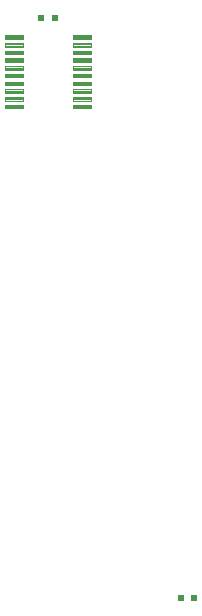
<source format=gbr>
G04 EAGLE Gerber RS-274X export*
G75*
%MOMM*%
%FSLAX34Y34*%
%LPD*%
%INSolderpaste Bottom*%
%IPPOS*%
%AMOC8*
5,1,8,0,0,1.08239X$1,22.5*%
G01*
%ADD10C,0.102500*%
%ADD11R,0.609600X0.508000*%


D10*
X620802Y698808D02*
X635478Y698808D01*
X635478Y695732D01*
X620802Y695732D01*
X620802Y698808D01*
X620802Y696706D02*
X635478Y696706D01*
X635478Y697680D02*
X620802Y697680D01*
X620802Y698654D02*
X635478Y698654D01*
X635478Y692308D02*
X620802Y692308D01*
X635478Y692308D02*
X635478Y689232D01*
X620802Y689232D01*
X620802Y692308D01*
X620802Y690206D02*
X635478Y690206D01*
X635478Y691180D02*
X620802Y691180D01*
X620802Y692154D02*
X635478Y692154D01*
X635478Y685808D02*
X620802Y685808D01*
X635478Y685808D02*
X635478Y682732D01*
X620802Y682732D01*
X620802Y685808D01*
X620802Y683706D02*
X635478Y683706D01*
X635478Y684680D02*
X620802Y684680D01*
X620802Y685654D02*
X635478Y685654D01*
X635478Y679308D02*
X620802Y679308D01*
X635478Y679308D02*
X635478Y676232D01*
X620802Y676232D01*
X620802Y679308D01*
X620802Y677206D02*
X635478Y677206D01*
X635478Y678180D02*
X620802Y678180D01*
X620802Y679154D02*
X635478Y679154D01*
X635478Y672808D02*
X620802Y672808D01*
X635478Y672808D02*
X635478Y669732D01*
X620802Y669732D01*
X620802Y672808D01*
X620802Y670706D02*
X635478Y670706D01*
X635478Y671680D02*
X620802Y671680D01*
X620802Y672654D02*
X635478Y672654D01*
X635478Y666308D02*
X620802Y666308D01*
X635478Y666308D02*
X635478Y663232D01*
X620802Y663232D01*
X620802Y666308D01*
X620802Y664206D02*
X635478Y664206D01*
X635478Y665180D02*
X620802Y665180D01*
X620802Y666154D02*
X635478Y666154D01*
X635478Y659808D02*
X620802Y659808D01*
X635478Y659808D02*
X635478Y656732D01*
X620802Y656732D01*
X620802Y659808D01*
X620802Y657706D02*
X635478Y657706D01*
X635478Y658680D02*
X620802Y658680D01*
X620802Y659654D02*
X635478Y659654D01*
X635478Y653308D02*
X620802Y653308D01*
X635478Y653308D02*
X635478Y650232D01*
X620802Y650232D01*
X620802Y653308D01*
X620802Y651206D02*
X635478Y651206D01*
X635478Y652180D02*
X620802Y652180D01*
X620802Y653154D02*
X635478Y653154D01*
X635478Y646808D02*
X620802Y646808D01*
X635478Y646808D02*
X635478Y643732D01*
X620802Y643732D01*
X620802Y646808D01*
X620802Y644706D02*
X635478Y644706D01*
X635478Y645680D02*
X620802Y645680D01*
X620802Y646654D02*
X635478Y646654D01*
X635478Y640308D02*
X620802Y640308D01*
X635478Y640308D02*
X635478Y637232D01*
X620802Y637232D01*
X620802Y640308D01*
X620802Y638206D02*
X635478Y638206D01*
X635478Y639180D02*
X620802Y639180D01*
X620802Y640154D02*
X635478Y640154D01*
X578078Y640308D02*
X563402Y640308D01*
X578078Y640308D02*
X578078Y637232D01*
X563402Y637232D01*
X563402Y640308D01*
X563402Y638206D02*
X578078Y638206D01*
X578078Y639180D02*
X563402Y639180D01*
X563402Y640154D02*
X578078Y640154D01*
X578078Y646808D02*
X563402Y646808D01*
X578078Y646808D02*
X578078Y643732D01*
X563402Y643732D01*
X563402Y646808D01*
X563402Y644706D02*
X578078Y644706D01*
X578078Y645680D02*
X563402Y645680D01*
X563402Y646654D02*
X578078Y646654D01*
X578078Y653308D02*
X563402Y653308D01*
X578078Y653308D02*
X578078Y650232D01*
X563402Y650232D01*
X563402Y653308D01*
X563402Y651206D02*
X578078Y651206D01*
X578078Y652180D02*
X563402Y652180D01*
X563402Y653154D02*
X578078Y653154D01*
X578078Y659808D02*
X563402Y659808D01*
X578078Y659808D02*
X578078Y656732D01*
X563402Y656732D01*
X563402Y659808D01*
X563402Y657706D02*
X578078Y657706D01*
X578078Y658680D02*
X563402Y658680D01*
X563402Y659654D02*
X578078Y659654D01*
X578078Y666308D02*
X563402Y666308D01*
X578078Y666308D02*
X578078Y663232D01*
X563402Y663232D01*
X563402Y666308D01*
X563402Y664206D02*
X578078Y664206D01*
X578078Y665180D02*
X563402Y665180D01*
X563402Y666154D02*
X578078Y666154D01*
X578078Y672808D02*
X563402Y672808D01*
X578078Y672808D02*
X578078Y669732D01*
X563402Y669732D01*
X563402Y672808D01*
X563402Y670706D02*
X578078Y670706D01*
X578078Y671680D02*
X563402Y671680D01*
X563402Y672654D02*
X578078Y672654D01*
X578078Y679308D02*
X563402Y679308D01*
X578078Y679308D02*
X578078Y676232D01*
X563402Y676232D01*
X563402Y679308D01*
X563402Y677206D02*
X578078Y677206D01*
X578078Y678180D02*
X563402Y678180D01*
X563402Y679154D02*
X578078Y679154D01*
X578078Y685808D02*
X563402Y685808D01*
X578078Y685808D02*
X578078Y682732D01*
X563402Y682732D01*
X563402Y685808D01*
X563402Y683706D02*
X578078Y683706D01*
X578078Y684680D02*
X563402Y684680D01*
X563402Y685654D02*
X578078Y685654D01*
X578078Y692308D02*
X563402Y692308D01*
X578078Y692308D02*
X578078Y689232D01*
X563402Y689232D01*
X563402Y692308D01*
X563402Y690206D02*
X578078Y690206D01*
X578078Y691180D02*
X563402Y691180D01*
X563402Y692154D02*
X578078Y692154D01*
X578078Y698808D02*
X563402Y698808D01*
X578078Y698808D02*
X578078Y695732D01*
X563402Y695732D01*
X563402Y698808D01*
X563402Y696706D02*
X578078Y696706D01*
X578078Y697680D02*
X563402Y697680D01*
X563402Y698654D02*
X578078Y698654D01*
D11*
X593852Y713740D03*
X605028Y713740D03*
X711962Y222250D03*
X723138Y222250D03*
M02*

</source>
